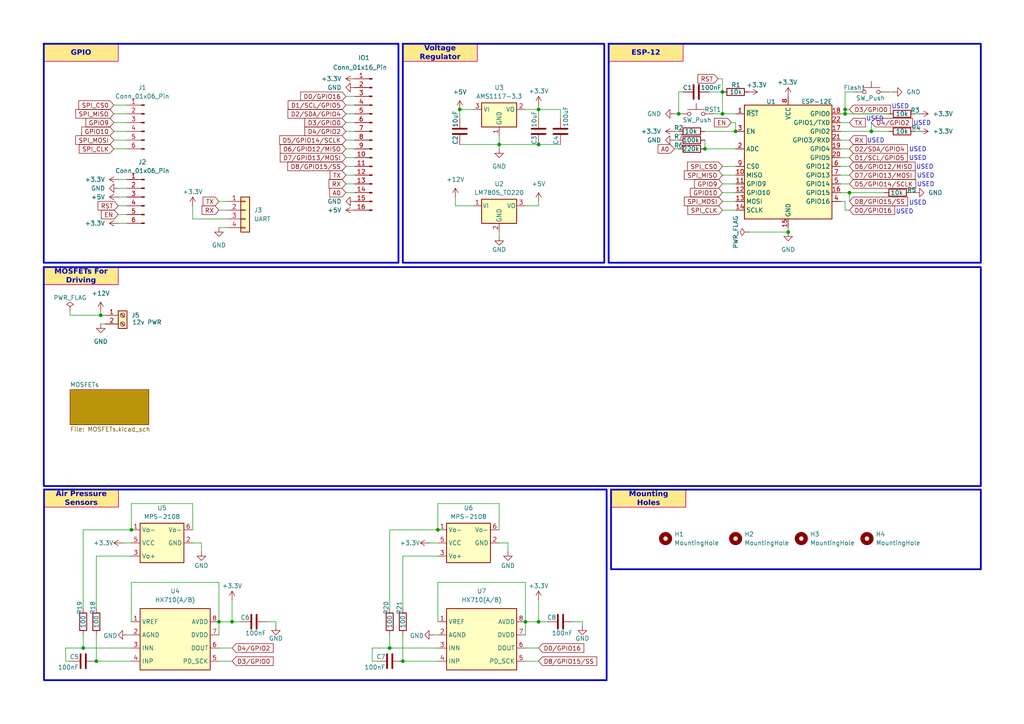
<source format=kicad_sch>
(kicad_sch (version 20250114) (generator "eeschema") (generator_version "9.0")
  (paper "A4")
  (title_block (title "ESP-12 Circuit for Pressure control") (date "2025-09-07") (rev "v1.0") (company "Metanoia") (comment 1 "designed by Mohamed U3"))
  (lib_symbols
    (symbol "Analog_ADC:HX710(A/B)"
      (property "Reference" "U" (at -9.652 20.574 0))
      (property "Value" "HX710(A/B)" (at -4.572 18.796 0))
      (symbol "HX710(A/B)_1_1"
        (pin power_in line (at -12.7 13.97 0) (length 2.54) (name "VREF") (number "1"))
        (pin power_in line (at -12.7 10.16 0) (length 2.54) (name "AGND") (number "2"))
        (pin input line (at -12.7 6.35 0) (length 2.54) (name "INN") (number "3"))
        (pin input line (at -12.7 2.54 0) (length 2.54) (name "INP") (number "4"))
        (pin power_in line (at 12.7 13.97 180) (length 2.54) (name "AVDD") (number "8"))
        (pin power_in line (at 12.7 10.16 180) (length 2.54) (name "DVDD") (number "7"))
        (pin output line (at 12.7 6.35 180) (length 2.54) (name "DOUT") (number "6"))
        (pin input line (at 12.7 2.54 180) (length 2.54) (name "PD_SCK") (number "5"))
      )
    )
    (symbol "Connector:Conn_01x06_Pin" (pin_names (offset 1.016) (hide yes))
      (property "Reference" "J" (at 0 7.62 0))
      (property "Value" "Conn_01x06_Pin" (at 0 -10.16 0))
      (symbol "Conn_01x06_Pin_1_1"
        (pin passive line (at 5.08 5.08 180) (length 3.81) (name "Pin_1") (number "1"))
        (pin passive line (at 5.08 2.54 180) (length 3.81) (name "Pin_2") (number "2"))
        (pin passive line (at 5.08 0 180) (length 3.81) (name "Pin_3") (number "3"))
        (pin passive line (at 5.08 -2.54 180) (length 3.81) (name "Pin_4") (number "4"))
        (pin passive line (at 5.08 -5.08 180) (length 3.81) (name "Pin_5") (number "5"))
        (pin passive line (at 5.08 -7.62 180) (length 3.81) (name "Pin_6") (number "6"))
      )
    )
    (symbol "Connector:Conn_01x16_Pin" (pin_names (offset 1.016) (hide yes))
      (property "Reference" "J" (at 0 20.32 0))
      (property "Value" "Conn_01x16_Pin" (at 0 -22.86 0))
      (symbol "Conn_01x16_Pin_1_1"
        (pin passive line (at 5.08 17.78 180) (length 3.81) (name "Pin_1") (number "1"))
        (pin passive line (at 5.08 15.24 180) (length 3.81) (name "Pin_2") (number "2"))
        (pin passive line (at 5.08 12.7 180) (length 3.81) (name "Pin_3") (number "3"))
        (pin passive line (at 5.08 10.16 180) (length 3.81) (name "Pin_4") (number "4"))
        (pin passive line (at 5.08 7.62 180) (length 3.81) (name "Pin_5") (number "5"))
        (pin passive line (at 5.08 5.08 180) (length 3.81) (name "Pin_6") (number "6"))
        (pin passive line (at 5.08 2.54 180) (length 3.81) (name "Pin_7") (number "7"))
        (pin passive line (at 5.08 0 180) (length 3.81) (name "Pin_8") (number "8"))
        (pin passive line (at 5.08 -2.54 180) (length 3.81) (name "Pin_9") (number "9"))
        (pin passive line (at 5.08 -5.08 180) (length 3.81) (name "Pin_10") (number "10"))
        (pin passive line (at 5.08 -7.62 180) (length 3.81) (name "Pin_11") (number "11"))
        (pin passive line (at 5.08 -10.16 180) (length 3.81) (name "Pin_12") (number "12"))
        (pin passive line (at 5.08 -12.7 180) (length 3.81) (name "Pin_13") (number "13"))
        (pin passive line (at 5.08 -15.24 180) (length 3.81) (name "Pin_14") (number "14"))
        (pin passive line (at 5.08 -17.78 180) (length 3.81) (name "Pin_15") (number "15"))
        (pin passive line (at 5.08 -20.32 180) (length 3.81) (name "Pin_16") (number "16"))
      )
    )
    (symbol "Connector:Screw_Terminal_01x02" (pin_names (offset 1.016) (hide yes))
      (property "Reference" "J" (at 0 2.54 0))
      (property "Value" "Screw_Terminal_01x02" (at 0 -5.08 0))
      (symbol "Screw_Terminal_01x02_1_1"
        (pin passive line (at -5.08 0 0) (length 3.81) (name "Pin_1") (number "1"))
        (pin passive line (at -5.08 -2.54 0) (length 3.81) (name "Pin_2") (number "2"))
      )
    )
    (symbol "Connector_Generic:Conn_01x04" (pin_names (offset 1.016) (hide yes))
      (property "Reference" "J" (at 0 5.08 0))
      (property "Value" "Conn_01x04" (at 0 -7.62 0))
      (symbol "Conn_01x04_1_1"
        (pin passive line (at -5.08 2.54 0) (length 3.81) (name "Pin_1") (number "1"))
        (pin passive line (at -5.08 0 0) (length 3.81) (name "Pin_2") (number "2"))
        (pin passive line (at -5.08 -2.54 0) (length 3.81) (name "Pin_3") (number "3"))
        (pin passive line (at -5.08 -5.08 0) (length 3.81) (name "Pin_4") (number "4"))
      )
    )
    (symbol "Device:C" (pin_numbers (hide yes)) (pin_names (offset 0.254))
      (property "Reference" "C" (at 0.635 2.54 0))
      (property "Value" "C" (at 0.635 -2.54 0))
      (symbol "C_1_1"
        (pin passive line (at 0 3.81 270) (length 2.794) (name "~") (number "1"))
        (pin passive line (at 0 -3.81 90) (length 2.794) (name "~") (number "2"))
      )
    )
    (symbol "Device:R" (pin_numbers (hide yes)) (pin_names (offset 0))
      (property "Reference" "R" (at 2.032 0 90))
      (property "Value" "R" (at 0 0 90))
      (symbol "R_1_1"
        (pin passive line (at 0 3.81 270) (length 1.27) (name "~") (number "1"))
        (pin passive line (at 0 -3.81 90) (length 1.27) (name "~") (number "2"))
      )
    )
    (symbol "Mechanical:MountingHole" (pin_names (offset 1.016)) (in_bom no)
      (property "Reference" "H" (at 0 5.08 0))
      (property "Value" "MountingHole" (at 0 3.175 0))
    )
    (symbol "RF_Module:ESP-12E"
      (property "Reference" "U" (at -12.7 19.05 0))
      (property "Value" "ESP-12E" (at 12.7 19.05 0))
      (symbol "ESP-12E_1_1"
        (pin input line (at -15.24 15.24 0) (length 2.54) (name "~{RST}") (number "1"))
        (pin input line (at -15.24 10.16 0) (length 2.54) (name "EN") (number "3"))
        (pin input line (at -15.24 5.08 0) (length 2.54) (name "ADC") (number "2"))
        (pin input line (at -15.24 0 0) (length 2.54) (name "CS0") (number "9"))
        (pin bidirectional line (at -15.24 -2.54 0) (length 2.54) (name "MISO") (number "10"))
        (pin bidirectional line (at -15.24 -5.08 0) (length 2.54) (name "GPIO9") (number "11"))
        (pin bidirectional line (at -15.24 -7.62 0) (length 2.54) (name "GPIO10") (number "12"))
        (pin bidirectional line (at -15.24 -10.16 0) (length 2.54) (name "MOSI") (number "13"))
        (pin bidirectional line (at -15.24 -12.7 0) (length 2.54) (name "SCLK") (number "14"))
        (pin power_in line (at 0 20.32 270) (length 2.54) (name "VCC") (number "8"))
        (pin power_in line (at 0 -17.78 90) (length 2.54) (name "GND") (number "15"))
        (pin bidirectional line (at 15.24 15.24 180) (length 2.54) (name "GPIO0") (number "18"))
        (pin bidirectional line (at 15.24 12.7 180) (length 2.54) (name "GPIO1/TXD") (number "22"))
        (pin bidirectional line (at 15.24 10.16 180) (length 2.54) (name "GPIO2") (number "17"))
        (pin bidirectional line (at 15.24 7.62 180) (length 2.54) (name "GPIO3/RXD") (number "21"))
        (pin bidirectional line (at 15.24 5.08 180) (length 2.54) (name "GPIO4") (number "19"))
        (pin bidirectional line (at 15.24 2.54 180) (length 2.54) (name "GPIO5") (number "20"))
        (pin bidirectional line (at 15.24 0 180) (length 2.54) (name "GPIO12") (number "6"))
        (pin bidirectional line (at 15.24 -2.54 180) (length 2.54) (name "GPIO13") (number "7"))
        (pin bidirectional line (at 15.24 -5.08 180) (length 2.54) (name "GPIO14") (number "5"))
        (pin bidirectional line (at 15.24 -7.62 180) (length 2.54) (name "GPIO15") (number "16"))
        (pin bidirectional line (at 15.24 -10.16 180) (length 2.54) (name "GPIO16") (number "4"))
      )
    )
    (symbol "Regulator_Linear:AMS1117-3.3"
      (property "Reference" "U" (at -3.81 3.175 0))
      (property "Value" "AMS1117-3.3" (at 0 3.175 0))
      (symbol "AMS1117-3.3_1_1"
        (pin power_in line (at -7.62 0 0) (length 2.54) (name "VI") (number "3"))
        (pin power_in line (at 0 -7.62 90) (length 2.54) (name "GND") (number "1"))
        (pin power_out line (at 7.62 0 180) (length 2.54) (name "VO") (number "2"))
      )
    )
    (symbol "Regulator_Linear:LM7805_TO220" (pin_names (offset 0.254))
      (property "Reference" "U" (at -3.81 3.175 0))
      (property "Value" "LM7805_TO220" (at 0 3.175 0))
      (symbol "LM7805_TO220_1_1"
        (pin power_in line (at -7.62 0 0) (length 2.54) (name "VI") (number "1"))
        (pin power_in line (at 0 -7.62 90) (length 2.54) (name "GND") (number "2"))
        (pin power_out line (at 7.62 0 180) (length 2.54) (name "VO") (number "3"))
      )
    )
    (symbol "Sensor_Pressure:MPS-2108"
      (property "Reference" "U5" (at 0 10.16 0))
      (property "Value" "MPS-2108" (at 0 7.62 0))
      (symbol "MPS-2108_1_0"
        (pin output line (at -8.89 3.81 0) (length 2.54) (name "Vo-") (number "1"))
        (pin output line (at -8.89 -3.81 0) (length 2.54) (name "Vo+") (number "3"))
        (pin passive line (at 8.89 3.81 180) (length 2.54) (name "Vo-") (number "6"))
        (pin no_connect line (at 8.89 -3.81 180) (length 2.54) (hide yes) (name "NC") (number "4"))
      )
      (symbol "MPS-2108_1_1"
        (pin power_in line (at -8.89 0 0) (length 2.54) (name "VCC") (number "5"))
        (pin power_in line (at 8.89 0 180) (length 2.54) (name "GND") (number "2"))
      )
    )
    (symbol "Switch:SW_Push" (pin_numbers (hide yes)) (pin_names (offset 1.016) (hide yes))
      (property "Reference" "SW" (at 1.27 2.54 0))
      (property "Value" "SW_Push" (at 0 -1.524 0))
      (symbol "SW_Push_0_1"
        (pin passive line (at -5.08 0 0) (length 2.54) (name "1") (number "1"))
        (pin passive line (at 5.08 0 180) (length 2.54) (name "2") (number "2"))
      )
    )
    (symbol "power:+12V" (power) (pin_numbers (hide yes)) (pin_names (offset 0) (hide yes))
      (property "Value" "+12V" (at 0 3.556 0))
      (symbol "+12V_1_1"
        (pin power_in line (at 0 0 90) (length 0) (name "~") (number "1"))
      )
    )
    (symbol "power:+3.3V" (power) (pin_numbers (hide yes)) (pin_names (offset 0) (hide yes))
      (property "Value" "+3.3V" (at 0 3.556 0))
      (symbol "+3.3V_1_1"
        (pin power_in line (at 0 0 90) (length 0) (name "~") (number "1"))
      )
    )
    (symbol "power:+5V" (power) (pin_numbers (hide yes)) (pin_names (offset 0) (hide yes))
      (property "Value" "+5V" (at 0 3.556 0))
      (symbol "+5V_1_1"
        (pin power_in line (at 0 0 90) (length 0) (name "~") (number "1"))
      )
    )
    (symbol "power:GND" (power) (pin_numbers (hide yes)) (pin_names (offset 0) (hide yes))
      (property "Value" "GND" (at 0 -3.81 0))
      (symbol "GND_1_1"
        (pin power_in line (at 0 0 270) (length 0) (name "~") (number "1"))
      )
    )
    (symbol "power:PWR_FLAG" (power) (pin_numbers (hide yes)) (pin_names (offset 0) (hide yes))
      (property "Value" "PWR_FLAG" (at 0 3.81 0))
      (symbol "PWR_FLAG_0_0"
        (pin power_out line (at 0 0 90) (length 0) (name "~") (number "1"))
      )
    )
  )
  (rectangle (start 116.84 12.7) (end 175.26 76.2) (stroke (width 0.508)))
  (rectangle (start 176.53 12.7) (end 284.48 76.2) (stroke (width 0.508)))
  (rectangle (start 12.7 12.7) (end 115.57 76.2) (stroke (width 0.508)))
  (rectangle (start 177.2272 142.0049) (end 284.48 165.0999) (stroke (width 0.508)))
  (rectangle (start 12.7 77.47) (end 284.48 140.97) (stroke (width 0.508)))
  (rectangle (start 12.77 141.98) (end 175.95 197.28) (stroke (width 0.508)))
  (text "USED" (at 266.192 43.434 0) (effects (font (size 1.27 1.27))))
  (text "USED" (at 261.112 30.988 0) (effects (font (size 1.27 1.27))))
  (text "USED" (at 268.478 51.054 0) (effects (font (size 1.27 1.27))))
  (text "USED" (at 253.746 34.544 0) (effects (font (size 1.27 1.27))))
  (text "USED" (at 268.224 48.514 0) (effects (font (size 1.27 1.27))))
  (text "USED" (at 267.462 35.814 0) (effects (font (size 1.27 1.27))))
  (text "USED" (at 262.382 61.468 0) (effects (font (size 1.27 1.27))))
  (text "USED" (at 266.192 58.928 0) (effects (font (size 1.27 1.27))))
  (text "USED" (at 268.478 53.594 0) (effects (font (size 1.27 1.27))))
  (text "USED" (at 254 40.894 0) (effects (font (size 1.27 1.27))))
  (text "USED" (at 266.192 45.974 0) (effects (font (size 1.27 1.27))))
  (text_box "MOSFETs For Driving" (at 12.7 77.47 0) (size 21.59 5.08) (margins 1.27 1.27 1.27 1.27) (stroke (width 0.254) (color 211 37 112 1)) (fill (type color) (color 255 234 139 1)) (effects (font (size 1.524 1.524) (bold yes))))
  (text_box "ESP-12" (at 176.53 12.7 0) (size 21.59 5.08) (margins 1.27 1.27 1.27 1.27) (stroke (width 0.254) (color 211 37 112 1)) (fill (type color) (color 255 234 139 1)) (effects (font (size 1.524 1.524) (bold yes))))
  (text_box "GPIO" (at 12.7 12.7 0) (size 21.59 5.08) (margins 1.27 1.27 1.27 1.27) (stroke (width 0.254) (color 211 37 112 1)) (fill (type color) (color 255 234 139 1)) (effects (font (size 1.524 1.524) (bold yes))))
  (text_box "Voltage Regulator" (at 116.84 12.7 0) (size 21.59 5.08) (margins 1.27 1.27 1.27 1.27) (stroke (width 0.254) (color 211 37 112 1)) (fill (type color) (color 255 234 139 1)) (effects (font (size 1.524 1.524) (bold yes))))
  (text_box "Air Pressure Sensors" (at 12.77 141.98 0) (size 21.59 5.08) (margins 1.27 1.27 1.27 1.27) (stroke (width 0.254) (color 211 37 112 1)) (fill (type color) (color 255 234 139 1)) (effects (font (size 1.524 1.524) (bold yes))))
  (text_box "Mounting Holes" (at 177.3148 142.0176 0) (size 21.59 5.08) (margins 1.27 1.27 1.27 1.27) (stroke (width 0.254) (color 211 37 112 1)) (fill (type color) (color 255 234 139 1)) (effects (font (size 1.524 1.524) (bold yes))))
  (junction (at 38.1 153.67))
  (junction (at 209.55 33.02))
  (junction (at 127 153.67))
  (junction (at 144.78 41.91))
  (junction (at 209.55 26.67))
  (junction (at 246.38 55.88))
  (junction (at 228.6 67.31))
  (junction (at 29.21 91.44))
  (junction (at 156.21 180.34))
  (junction (at 245.11 31.75))
  (junction (at 27.94 191.77))
  (junction (at 252.73 38.1))
  (junction (at 196.85 33.02))
  (junction (at 113.03 187.96))
  (junction (at 116.84 191.77))
  (junction (at 63.5 180.34))
  (junction (at 133.35 31.75))
  (junction (at 67.31 180.34))
  (junction (at 156.21 31.75))
  (junction (at 204.47 43.18))
  (junction (at 24.13 187.96))
  (junction (at 245.11 33.02))
  (junction (at 152.4 180.34))
  (junction (at 156.21 41.91))
  (junction (at 213.36 38.1))
  (wire (pts (xy 144.78 153.67) (xy 144.78 146.05)))
  (wire (pts (xy 209.55 26.67) (xy 209.55 33.02)))
  (wire (pts (xy 158.75 180.34) (xy 156.21 180.34)))
  (wire (pts (xy 133.35 31.75) (xy 137.16 31.75)))
  (wire (pts (xy 247.65 26.67) (xy 245.11 26.67)))
  (wire (pts (xy 107.95 191.77) (xy 107.95 187.96)))
  (wire (pts (xy 195.58 40.64) (xy 196.85 40.64)))
  (wire (pts (xy 100.33 45.72) (xy 102.87 45.72)))
  (wire (pts (xy 196.85 26.67) (xy 196.85 33.02)))
  (wire (pts (xy 257.81 26.67) (xy 259.08 26.67)))
  (wire (pts (xy 246.38 58.42) (xy 246.38 55.88)))
  (wire (pts (xy 152.4 180.34) (xy 156.21 180.34)))
  (wire (pts (xy 63.5 180.34) (xy 67.31 180.34)))
  (wire (pts (xy 162.56 34.29) (xy 162.56 31.75)))
  (wire (pts (xy 246.38 55.88) (xy 256.54 55.88)))
  (wire (pts (xy 152.4 180.34) (xy 152.4 184.15)))
  (wire (pts (xy 34.29 54.61) (xy 36.83 54.61)))
  (wire (pts (xy 38.1 168.91) (xy 63.5 168.91)))
  (wire (pts (xy 132.08 59.69) (xy 137.16 59.69)))
  (wire (pts (xy 63.5 187.96) (xy 67.31 187.96)))
  (wire (pts (xy 63.5 180.34) (xy 63.5 184.15)))
  (wire (pts (xy 156.21 31.75) (xy 162.56 31.75)))
  (wire (pts (xy 144.78 68.58) (xy 144.78 67.31)))
  (wire (pts (xy 133.35 41.91) (xy 144.78 41.91)))
  (wire (pts (xy 33.02 40.64) (xy 36.83 40.64)))
  (wire (pts (xy 24.13 153.67) (xy 24.13 176.53)))
  (wire (pts (xy 107.95 187.96) (xy 113.03 187.96)))
  (wire (pts (xy 204.47 43.18) (xy 213.36 43.18)))
  (wire (pts (xy 24.13 187.96) (xy 24.13 184.15)))
  (wire (pts (xy 34.29 62.23) (xy 36.83 62.23)))
  (wire (pts (xy 152.4 59.69) (xy 156.21 59.69)))
  (wire (pts (xy 107.95 191.77) (xy 109.22 191.77)))
  (wire (pts (xy 63.5 191.77) (xy 67.31 191.77)))
  (wire (pts (xy 19.05 191.77) (xy 19.05 187.96)))
  (wire (pts (xy 55.88 63.5) (xy 66.04 63.5)))
  (wire (pts (xy 195.58 43.18) (xy 196.85 43.18)))
  (wire (pts (xy 63.5 66.04) (xy 66.04 66.04)))
  (wire (pts (xy 38.1 146.05) (xy 38.1 153.67)))
  (wire (pts (xy 116.84 161.29) (xy 116.84 176.53)))
  (wire (pts (xy 113.03 153.67) (xy 127 153.67)))
  (wire (pts (xy 252.73 38.1) (xy 257.81 38.1)))
  (wire (pts (xy 20.32 90.17) (xy 20.32 91.44)))
  (wire (pts (xy 127 187.96) (xy 113.03 187.96)))
  (wire (pts (xy 156.21 59.69) (xy 156.21 58.42)))
  (wire (pts (xy 168.91 181.61) (xy 168.91 180.34)))
  (wire (pts (xy 204.47 38.1) (xy 213.36 38.1)))
  (wire (pts (xy 266.7 33.02) (xy 265.43 33.02)))
  (wire (pts (xy 29.21 93.98) (xy 30.48 93.98)))
  (wire (pts (xy 245.11 33.02) (xy 243.84 33.02)))
  (wire (pts (xy 245.11 60.96) (xy 245.11 58.42)))
  (wire (pts (xy 100.33 35.56) (xy 102.87 35.56)))
  (wire (pts (xy 156.21 173.99) (xy 156.21 180.34)))
  (wire (pts (xy 100.33 50.8) (xy 102.87 50.8)))
  (wire (pts (xy 245.11 60.96) (xy 246.38 60.96)))
  (wire (pts (xy 209.55 58.42) (xy 213.36 58.42)))
  (wire (pts (xy 195.58 38.1) (xy 196.85 38.1)))
  (wire (pts (xy 33.02 35.56) (xy 36.83 35.56)))
  (wire (pts (xy 27.94 161.29) (xy 27.94 176.53)))
  (wire (pts (xy 124.46 157.48) (xy 127 157.48)))
  (wire (pts (xy 29.21 90.17) (xy 29.21 91.44)))
  (wire (pts (xy 113.03 187.96) (xy 113.03 184.15)))
  (wire (pts (xy 243.84 53.34) (xy 246.38 53.34)))
  (wire (pts (xy 156.21 31.75) (xy 156.21 34.29)))
  (wire (pts (xy 55.88 153.67) (xy 55.88 146.05)))
  (wire (pts (xy 127 180.34) (xy 127 168.91)))
  (wire (pts (xy 125.73 184.15) (xy 127 184.15)))
  (wire (pts (xy 27.94 191.77) (xy 27.94 184.15)))
  (wire (pts (xy 243.84 50.8) (xy 246.38 50.8)))
  (wire (pts (xy 156.21 41.91) (xy 144.78 41.91)))
  (wire (pts (xy 156.21 30.48) (xy 156.21 31.75)))
  (wire (pts (xy 127 191.77) (xy 116.84 191.77)))
  (wire (pts (xy 100.33 53.34) (xy 102.87 53.34)))
  (wire (pts (xy 217.17 67.31) (xy 228.6 67.31)))
  (wire (pts (xy 100.33 38.1) (xy 102.87 38.1)))
  (wire (pts (xy 209.55 22.86) (xy 209.55 26.67)))
  (wire (pts (xy 266.7 38.1) (xy 265.43 38.1)))
  (wire (pts (xy 209.55 53.34) (xy 213.36 53.34)))
  (wire (pts (xy 208.28 22.86) (xy 209.55 22.86)))
  (wire (pts (xy 38.1 180.34) (xy 38.1 168.91)))
  (wire (pts (xy 147.32 157.48) (xy 147.32 160.02)))
  (wire (pts (xy 55.88 157.48) (xy 58.42 157.48)))
  (wire (pts (xy 209.55 55.88) (xy 213.36 55.88)))
  (wire (pts (xy 213.36 35.56) (xy 213.36 38.1)))
  (wire (pts (xy 100.33 33.02) (xy 102.87 33.02)))
  (wire (pts (xy 168.91 180.34) (xy 166.37 180.34)))
  (wire (pts (xy 20.32 91.44) (xy 29.21 91.44)))
  (wire (pts (xy 100.33 43.18) (xy 102.87 43.18)))
  (wire (pts (xy 152.4 187.96) (xy 156.21 187.96)))
  (wire (pts (xy 243.84 45.72) (xy 246.38 45.72)))
  (wire (pts (xy 33.02 30.48) (xy 36.83 30.48)))
  (wire (pts (xy 152.4 31.75) (xy 156.21 31.75)))
  (wire (pts (xy 212.09 35.56) (xy 213.36 35.56)))
  (wire (pts (xy 245.11 26.67) (xy 245.11 31.75)))
  (wire (pts (xy 67.31 173.99) (xy 67.31 180.34)))
  (wire (pts (xy 198.12 26.67) (xy 196.85 26.67)))
  (wire (pts (xy 252.73 35.56) (xy 252.73 38.1)))
  (wire (pts (xy 246.38 55.88) (xy 243.84 55.88)))
  (wire (pts (xy 195.58 33.02) (xy 196.85 33.02)))
  (wire (pts (xy 19.05 187.96) (xy 24.13 187.96)))
  (wire (pts (xy 27.94 161.29) (xy 38.1 161.29)))
  (wire (pts (xy 144.78 146.05) (xy 127 146.05)))
  (wire (pts (xy 116.84 191.77) (xy 116.84 184.15)))
  (wire (pts (xy 58.42 157.48) (xy 58.42 160.02)))
  (wire (pts (xy 152.4 168.91) (xy 152.4 180.34)))
  (wire (pts (xy 265.43 55.88) (xy 264.16 55.88)))
  (wire (pts (xy 243.84 40.64) (xy 246.38 40.64)))
  (wire (pts (xy 63.5 58.42) (xy 66.04 58.42)))
  (wire (pts (xy 207.01 33.02) (xy 209.55 33.02)))
  (wire (pts (xy 80.01 180.34) (xy 77.47 180.34)))
  (wire (pts (xy 100.33 48.26) (xy 102.87 48.26)))
  (wire (pts (xy 127 168.91) (xy 152.4 168.91)))
  (wire (pts (xy 243.84 48.26) (xy 246.38 48.26)))
  (wire (pts (xy 209.55 48.26) (xy 213.36 48.26)))
  (wire (pts (xy 144.78 157.48) (xy 147.32 157.48)))
  (wire (pts (xy 69.85 180.34) (xy 67.31 180.34)))
  (wire (pts (xy 100.33 27.94) (xy 102.87 27.94)))
  (wire (pts (xy 36.83 184.15) (xy 38.1 184.15)))
  (wire (pts (xy 100.33 40.64) (xy 102.87 40.64)))
  (wire (pts (xy 55.88 146.05) (xy 38.1 146.05)))
  (wire (pts (xy 34.29 64.77) (xy 36.83 64.77)))
  (wire (pts (xy 127 153.67) (xy 127 146.05)))
  (wire (pts (xy 24.13 153.67) (xy 38.1 153.67)))
  (wire (pts (xy 209.55 60.96) (xy 213.36 60.96)))
  (wire (pts (xy 152.4 191.77) (xy 156.21 191.77)))
  (wire (pts (xy 132.08 57.15) (xy 132.08 59.69)))
  (wire (pts (xy 204.47 40.64) (xy 204.47 43.18)))
  (wire (pts (xy 113.03 153.67) (xy 113.03 176.53)))
  (wire (pts (xy 55.88 59.69) (xy 55.88 63.5)))
  (wire (pts (xy 116.84 161.29) (xy 127 161.29)))
  (wire (pts (xy 245.11 58.42) (xy 243.84 58.42)))
  (wire (pts (xy 29.21 91.44) (xy 30.48 91.44)))
  (wire (pts (xy 133.35 31.75) (xy 133.35 34.29)))
  (wire (pts (xy 33.02 38.1) (xy 36.83 38.1)))
  (wire (pts (xy 228.6 67.31) (xy 228.6 66.04)))
  (wire (pts (xy 33.02 33.02) (xy 36.83 33.02)))
  (wire (pts (xy 209.55 33.02) (xy 213.36 33.02)))
  (wire (pts (xy 205.74 26.67) (xy 209.55 26.67)))
  (wire (pts (xy 34.29 57.15) (xy 36.83 57.15)))
  (wire (pts (xy 63.5 60.96) (xy 66.04 60.96)))
  (wire (pts (xy 245.11 31.75) (xy 245.11 33.02)))
  (wire (pts (xy 34.29 52.07) (xy 36.83 52.07)))
  (wire (pts (xy 38.1 191.77) (xy 27.94 191.77)))
  (wire (pts (xy 33.02 43.18) (xy 36.83 43.18)))
  (wire (pts (xy 35.56 157.48) (xy 38.1 157.48)))
  (wire (pts (xy 252.73 38.1) (xy 243.84 38.1)))
  (wire (pts (xy 243.84 35.56) (xy 246.38 35.56)))
  (wire (pts (xy 100.33 30.48) (xy 102.87 30.48)))
  (wire (pts (xy 19.05 191.77) (xy 20.32 191.77)))
  (wire (pts (xy 100.33 55.88) (xy 102.87 55.88)))
  (wire (pts (xy 144.78 39.37) (xy 144.78 41.91)))
  (wire (pts (xy 246.38 31.75) (xy 245.11 31.75)))
  (wire (pts (xy 243.84 43.18) (xy 246.38 43.18)))
  (wire (pts (xy 156.21 41.91) (xy 162.56 41.91)))
  (wire (pts (xy 63.5 168.91) (xy 63.5 180.34)))
  (wire (pts (xy 34.29 59.69) (xy 36.83 59.69)))
  (wire (pts (xy 144.78 41.91) (xy 144.78 43.18)))
  (wire (pts (xy 209.55 50.8) (xy 213.36 50.8)))
  (wire (pts (xy 257.81 33.02) (xy 245.11 33.02)))
  (wire (pts (xy 38.1 187.96) (xy 24.13 187.96)))
  (wire (pts (xy 80.01 181.61) (xy 80.01 180.34)))
  (global_label "TX" (shape input) (at 100.33 50.8 180) (property "Intersheetrefs" "${INTERSHEET_REFS}" (effects (hide yes))))
  (global_label "D8{slash}GPIO15{slash}SS" (shape input) (at 100.33 48.26 180) (property "Intersheetrefs" "${INTERSHEET_REFS}" (effects (hide yes))))
  (global_label "RX" (shape input) (at 63.5 60.96 180) (property "Intersheetrefs" "${INTERSHEET_REFS}" (effects (hide yes))))
  (global_label "D4{slash}GPIO2" (shape input) (at 100.33 38.1 180) (property "Intersheetrefs" "${INTERSHEET_REFS}" (effects (hide yes))))
  (global_label "D7{slash}GPIO13{slash}MOSI" (shape input) (at 100.33 45.72 180) (property "Intersheetrefs" "${INTERSHEET_REFS}" (effects (hide yes))))
  (global_label "SPI_CS0" (shape input) (at 33.02 30.48 180) (property "Intersheetrefs" "${INTERSHEET_REFS}" (effects (hide yes))))
  (global_label "D3{slash}GPIO0" (shape input) (at 67.31 191.77 0) (property "Intersheetrefs" "${INTERSHEET_REFS}" (effects (hide yes))))
  (global_label "SPI_MISO" (shape input) (at 209.55 50.8 180) (property "Intersheetrefs" "${INTERSHEET_REFS}" (effects (hide yes))))
  (global_label "RST" (shape input) (at 208.28 22.86 180) (property "Intersheetrefs" "${INTERSHEET_REFS}" (effects (hide yes))))
  (global_label "GPIO10" (shape input) (at 33.02 38.1 180) (property "Intersheetrefs" "${INTERSHEET_REFS}" (effects (hide yes))))
  (global_label "D0{slash}GPIO16" (shape input) (at 100.33 27.94 180) (property "Intersheetrefs" "${INTERSHEET_REFS}" (effects (hide yes))))
  (global_label "D4{slash}GPIO2" (shape input) (at 67.31 187.96 0) (property "Intersheetrefs" "${INTERSHEET_REFS}" (effects (hide yes))))
  (global_label "GPIO10" (shape input) (at 209.55 55.88 180) (property "Intersheetrefs" "${INTERSHEET_REFS}" (effects (hide yes))))
  (global_label "D6{slash}GPIO12{slash}MISO" (shape input) (at 246.38 48.26 0) (property "Intersheetrefs" "${INTERSHEET_REFS}" (effects (hide yes))))
  (global_label "TX" (shape input) (at 246.38 35.56 0) (property "Intersheetrefs" "${INTERSHEET_REFS}" (effects (hide yes))))
  (global_label "SPI_MOSI" (shape input) (at 209.55 58.42 180) (property "Intersheetrefs" "${INTERSHEET_REFS}" (effects (hide yes))))
  (global_label "D8{slash}GPIO15{slash}SS" (shape input) (at 246.38 58.42 0) (property "Intersheetrefs" "${INTERSHEET_REFS}" (effects (hide yes))))
  (global_label "TX" (shape input) (at 63.5 58.42 180) (property "Intersheetrefs" "${INTERSHEET_REFS}" (effects (hide yes))))
  (global_label "D1{slash}SCL{slash}GPIO5" (shape input) (at 246.38 45.72 0) (property "Intersheetrefs" "${INTERSHEET_REFS}" (effects (hide yes))))
  (global_label "EN" (shape input) (at 212.09 35.56 180) (property "Intersheetrefs" "${INTERSHEET_REFS}" (effects (hide yes))))
  (global_label "GPIO9" (shape input) (at 209.55 53.34 180) (property "Intersheetrefs" "${INTERSHEET_REFS}" (effects (hide yes))))
  (global_label "RST" (shape input) (at 34.29 59.69 180) (property "Intersheetrefs" "${INTERSHEET_REFS}" (effects (hide yes))))
  (global_label "SPI_CLK" (shape input) (at 209.55 60.96 180) (property "Intersheetrefs" "${INTERSHEET_REFS}" (effects (hide yes))))
  (global_label "D2{slash}SDA{slash}GPIO4" (shape input) (at 100.33 33.02 180) (property "Intersheetrefs" "${INTERSHEET_REFS}" (effects (hide yes))))
  (global_label "GPIO9" (shape input) (at 33.02 35.56 180) (property "Intersheetrefs" "${INTERSHEET_REFS}" (effects (hide yes))))
  (global_label "D5{slash}GPIO14{slash}SCLK" (shape input) (at 100.33 40.64 180) (property "Intersheetrefs" "${INTERSHEET_REFS}" (effects (hide yes))))
  (global_label "D5{slash}GPIO14{slash}SCLK" (shape input) (at 246.38 53.34 0) (property "Intersheetrefs" "${INTERSHEET_REFS}" (effects (hide yes))))
  (global_label "D3{slash}GPIO0" (shape input) (at 246.38 31.75 0) (property "Intersheetrefs" "${INTERSHEET_REFS}" (effects (hide yes))))
  (global_label "D4{slash}GPIO2" (shape input) (at 252.73 35.56 0) (property "Intersheetrefs" "${INTERSHEET_REFS}" (effects (hide yes))))
  (global_label "A0" (shape input) (at 195.58 43.18 180) (property "Intersheetrefs" "${INTERSHEET_REFS}" (effects (hide yes))))
  (global_label "D7{slash}GPIO13{slash}MOSI" (shape input) (at 246.38 50.8 0) (property "Intersheetrefs" "${INTERSHEET_REFS}" (effects (hide yes))))
  (global_label "SPI_CS0" (shape input) (at 209.55 48.26 180) (property "Intersheetrefs" "${INTERSHEET_REFS}" (effects (hide yes))))
  (global_label "D6{slash}GPIO12{slash}MISO" (shape input) (at 100.33 43.18 180) (property "Intersheetrefs" "${INTERSHEET_REFS}" (effects (hide yes))))
  (global_label "SPI_MOSI" (shape input) (at 33.02 40.64 180) (property "Intersheetrefs" "${INTERSHEET_REFS}" (effects (hide yes))))
  (global_label "D0{slash}GPIO16" (shape input) (at 246.38 60.96 0) (property "Intersheetrefs" "${INTERSHEET_REFS}" (effects (hide yes))))
  (global_label "A0" (shape input) (at 100.33 55.88 180) (property "Intersheetrefs" "${INTERSHEET_REFS}" (effects (hide yes))))
  (global_label "RX" (shape input) (at 246.38 40.64 0) (property "Intersheetrefs" "${INTERSHEET_REFS}" (effects (hide yes))))
  (global_label "D8{slash}GPIO15{slash}SS" (shape input) (at 156.21 191.77 0) (property "Intersheetrefs" "${INTERSHEET_REFS}" (effects (hide yes))))
  (global_label "SPI_MISO" (shape input) (at 33.02 33.02 180) (property "Intersheetrefs" "${INTERSHEET_REFS}" (effects (hide yes))))
  (global_label "D2{slash}SDA{slash}GPIO4" (shape input) (at 246.38 43.18 0) (property "Intersheetrefs" "${INTERSHEET_REFS}" (effects (hide yes))))
  (global_label "EN" (shape input) (at 34.29 62.23 180) (property "Intersheetrefs" "${INTERSHEET_REFS}" (effects (hide yes))))
  (global_label "SPI_CLK" (shape input) (at 33.02 43.18 180) (property "Intersheetrefs" "${INTERSHEET_REFS}" (effects (hide yes))))
  (global_label "D1{slash}SCL{slash}GPIO5" (shape input) (at 100.33 30.48 180) (property "Intersheetrefs" "${INTERSHEET_REFS}" (effects (hide yes))))
  (global_label "RX" (shape input) (at 100.33 53.34 180) (property "Intersheetrefs" "${INTERSHEET_REFS}" (effects (hide yes))))
  (global_label "D0{slash}GPIO16" (shape input) (at 156.21 187.96 0) (property "Intersheetrefs" "${INTERSHEET_REFS}" (effects (hide yes))))
  (global_label "D3{slash}GPIO0" (shape input) (at 100.33 35.56 180) (property "Intersheetrefs" "${INTERSHEET_REFS}" (effects (hide yes))))
  (symbol (lib_id "power:GND") (at 195.58 33.02 270) (unit 1)
    (property "Reference" "#PWR04" (effects (hide yes)))
    (property "Value" "GND" (at 191.77 33.0199 90) (effects (justify right)))
    (property "Description" "Power symbol creates a global label with name \"GND\" , ground" (effects (hide yes)))
  )
  (symbol (lib_id "power:GND") (at 102.87 25.4 270) (unit 1) (on_board no)
    (property "Reference" "#PWR010" (effects (hide yes)))
    (property "Value" "GND" (at 99.06 25.3999 90) (effects (justify right)))
    (property "Description" "Power symbol creates a global label with name \"GND\" , ground" (effects (hide yes)))
  )
  (symbol (lib_id "power:GND") (at 29.21 93.98 0) (unit 1)
    (property "Reference" "#PWR027" (effects (hide yes)))
    (property "Value" "GND" (at 29.21 99.06 0))
    (property "Description" "Power symbol creates a global label with name \"GND\" , ground" (effects (hide yes)))
  )
  (symbol (lib_id "power:+5V") (at 34.29 57.15 90) (unit 1) (on_board no)
    (property "Reference" "#PWR019" (effects (hide yes)))
    (property "Value" "+5V" (at 30.48 57.1499 90) (effects (justify left)))
    (property "Description" "Power symbol creates a global label with name \"+5V\"" (effects (hide yes)))
  )
  (symbol (lib_id "power:GND") (at 34.29 54.61 270) (unit 1) (on_board no)
    (property "Reference" "#PWR018" (effects (hide yes)))
    (property "Value" "GND" (at 30.48 54.6099 90) (effects (justify right)))
    (property "Description" "Power symbol creates a global label with name \"GND\" , ground" (effects (hide yes)))
  )
  (symbol (lib_id "power:+12V") (at 29.21 90.17 0) (unit 1)
    (property "Reference" "#PWR026" (effects (hide yes)))
    (property "Value" "+12V" (at 29.21 85.09 0))
    (property "Description" "Power symbol creates a global label with name \"+12V\"" (effects (hide yes)))
  )
  (symbol (lib_id "power:GND") (at 168.91 181.61 0) (unit 1)
    (property "Reference" "#PWR048" (effects (hide yes)))
    (property "Value" "GND" (at 168.91 185.166 0))
    (property "Description" "Power symbol creates a global label with name \"GND\" , ground" (effects (hide yes)))
  )
  (symbol (lib_id "Device:R") (at 200.66 38.1 270) (unit 1)
    (property "Reference" "R2" (at 196.85 37.084 90))
    (property "Value" "10k" (at 200.406 38.1 90))
    (property "Footprint" "Resistor_SMD:R_1206_3216Metric_Pad1.30x1.75mm_HandSolder" (effects (hide yes)))
    (property "Description" "Resistor" (effects (hide yes)))
  )
  (symbol (lib_id "Device:R") (at 261.62 33.02 90) (unit 1)
    (property "Reference" "R3" (at 265.43 32.004 90))
    (property "Value" "10k" (at 261.62 33.02 90))
    (property "Footprint" "Resistor_SMD:R_1206_3216Metric_Pad1.30x1.75mm_HandSolder" (effects (hide yes)))
    (property "Description" "Resistor" (effects (hide yes)))
  )
  (symbol (lib_id "Device:R") (at 24.13 180.34 180) (unit 1)
    (property "Reference" "R19" (at 23.114 176.276 90))
    (property "Value" "100" (at 24.13 180.34 90))
    (property "Footprint" "Resistor_SMD:R_1206_3216Metric_Pad1.30x1.75mm_HandSolder" (effects (hide yes)))
    (property "Description" "Resistor" (effects (hide yes)))
  )
  (symbol (lib_id "power:+3.3V") (at 195.58 38.1 90) (unit 1)
    (property "Reference" "#PWR05" (effects (hide yes)))
    (property "Value" "+3.3V" (at 191.77 38.0999 90) (effects (justify left)))
    (property "Description" "Power symbol creates a global label with name \"+3.3V\"" (effects (hide yes)))
  )
  (symbol (lib_id "Device:C") (at 162.56 180.34 90) (unit 1)
    (property "Reference" "C8" (at 160.02 179.07 90))
    (property "Value" "100nF" (at 163.068 183.642 90))
    (property "Footprint" "Capacitor_THT:C_Disc_D3.0mm_W2.0mm_P2.50mm" (effects (hide yes)))
    (property "Description" "Unpolarized capacitor" (effects (hide yes)))
  )
  (symbol (lib_id "power:+3.3V") (at 35.56 157.48 90) (unit 1)
    (property "Reference" "#PWR043" (effects (hide yes)))
    (property "Value" "+3.3V" (at 29.972 157.48 90))
    (property "Description" "Power symbol creates a global label with name \"+3.3V\"" (effects (hide yes)))
  )
  (symbol (lib_id "Sensor_Pressure:MPS-2108") (at 135.89 157.48 0) (unit 1)
    (property "Reference" "U6" (at 135.89 147.32 0))
    (property "Value" "MPS-2108" (at 135.89 149.86 0))
    (property "Footprint" "Package_DIP:DIP-6_W10.16mm" (effects (hide yes)))
    (property "Datasheet" "http://metrodyne.com.tw/datasheets/en/MPS/MPS-2100series.pdf" (effects (hide yes)))
    (property "Description" "Analog Air pressure sensor, 24-bit, 2.5..5.5V supply" (effects (hide yes)))
  )
  (symbol (lib_id "Switch:SW_Push") (at 201.93 33.02 0) (unit 1)
    (property "Reference" "RST1" (at 206.756 31.75 0))
    (property "Value" "SW_Push" (at 202.184 34.798 0))
    (property "Footprint" "Button_Switch_SMD:SW_SPST_B3U-1000P" (effects (hide yes)))
    (property "Description" "Push button switch, generic, two pins" (effects (hide yes)))
  )
  (symbol (lib_id "power:GND") (at 147.32 160.02 0) (unit 1)
    (property "Reference" "#PWR046" (effects (hide yes)))
    (property "Value" "GND" (at 147.32 164.084 0))
    (property "Description" "Power symbol creates a global label with name \"GND\" , ground" (effects (hide yes)))
  )
  (symbol (lib_id "power:PWR_FLAG") (at 217.17 67.31 90) (unit 1)
    (property "Reference" "#FLG02" (effects (hide yes)))
    (property "Value" "PWR_FLAG" (at 213.36 67.31 0))
    (property "Description" "Special symbol for telling ERC where power comes from" (effects (hide yes)))
  )
  (symbol (lib_id "power:+12V") (at 132.08 57.15 0) (unit 1)
    (property "Reference" "#PWR037" (effects (hide yes)))
    (property "Value" "+12V" (at 132.08 52.07 0))
    (property "Description" "Power symbol creates a global label with name \"+12V\"" (effects (hide yes)))
  )
  (symbol (lib_id "power:GND") (at 265.43 55.88 90) (unit 1)
    (property "Reference" "#PWR08" (effects (hide yes)))
    (property "Value" "GND" (at 269.24 55.8799 90) (effects (justify right)))
    (property "Description" "Power symbol creates a global label with name \"GND\" , ground" (effects (hide yes)))
  )
  (symbol (lib_id "power:+5V") (at 102.87 60.96 90) (unit 1) (on_board no)
    (property "Reference" "#PWR013" (effects (hide yes)))
    (property "Value" "+5V" (at 99.06 60.9599 90) (effects (justify left)))
    (property "Description" "Power symbol creates a global label with name \"+5V\"" (effects (hide yes)))
  )
  (symbol (lib_id "power:PWR_FLAG") (at 20.32 90.17 0) (unit 1)
    (property "Reference" "#FLG01" (effects (hide yes)))
    (property "Value" "PWR_FLAG" (at 20.32 86.36 0))
    (property "Description" "Special symbol for telling ERC where power comes from" (effects (hide yes)))
  )
  (symbol (lib_id "power:+3.3V") (at 266.7 33.02 270) (unit 1)
    (property "Reference" "#PWR06" (effects (hide yes)))
    (property "Value" "+3.3V" (at 270.51 33.0201 90) (effects (justify left)))
    (property "Description" "Power symbol creates a global label with name \"+3.3V\"" (effects (hide yes)))
  )
  (symbol (lib_id "Device:C") (at 156.21 38.1 180) (unit 1)
    (property "Reference" "C3" (at 154.94 40.64 90))
    (property "Value" "10uF" (at 154.94 34.544 90))
    (property "Footprint" "Capacitor_THT:C_Radial_D5.0mm_H5.0mm_P2.00mm" (effects (hide yes)))
    (property "Description" "Unpolarized capacitor" (effects (hide yes)))
  )
  (symbol (lib_id "power:+3.3V") (at 124.46 157.48 90) (unit 1)
    (property "Reference" "#PWR044" (effects (hide yes)))
    (property "Value" "+3.3V" (at 118.872 157.48 90))
    (property "Description" "Power symbol creates a global label with name \"+3.3V\"" (effects (hide yes)))
  )
  (symbol (lib_id "Device:C") (at 201.93 26.67 90) (unit 1)
    (property "Reference" "C1" (at 199.39 25.4 90))
    (property "Value" "100nF" (at 206.248 25.4 90))
    (property "Footprint" "Capacitor_THT:C_Disc_D3.0mm_W2.0mm_P2.50mm" (effects (hide yes)))
    (property "Description" "Unpolarized capacitor" (effects (hide yes)))
  )
  (symbol (lib_id "Device:C") (at 24.13 191.77 90) (unit 1)
    (property "Reference" "C5" (at 21.59 190.5 90))
    (property "Value" "100nF" (at 19.812 193.548 90))
    (property "Footprint" "Capacitor_THT:C_Disc_D3.0mm_W2.0mm_P2.50mm" (effects (hide yes)))
    (property "Description" "Unpolarized capacitor" (effects (hide yes)))
  )
  (symbol (lib_id "power:+3.3V") (at 217.17 26.67 270) (unit 1)
    (property "Reference" "#PWR03" (effects (hide yes)))
    (property "Value" "+3.3V" (at 219.456 24.638 90))
    (property "Description" "Power symbol creates a global label with name \"+3.3V\"" (effects (hide yes)))
  )
  (symbol (lib_id "Device:R") (at 27.94 180.34 180) (unit 1)
    (property "Reference" "R18" (at 26.924 176.276 90))
    (property "Value" "100" (at 27.94 180.34 90))
    (property "Footprint" "Resistor_SMD:R_1206_3216Metric_Pad1.30x1.75mm_HandSolder" (effects (hide yes)))
    (property "Description" "Resistor" (effects (hide yes)))
  )
  (symbol (lib_id "Device:C") (at 73.66 180.34 90) (unit 1)
    (property "Reference" "C6" (at 71.12 179.07 90))
    (property "Value" "100nF" (at 74.168 183.642 90))
    (property "Footprint" "Capacitor_THT:C_Disc_D3.0mm_W2.0mm_P2.50mm" (effects (hide yes)))
    (property "Description" "Unpolarized capacitor" (effects (hide yes)))
  )
  (symbol (lib_id "power:GND") (at 195.58 40.64 270) (unit 1)
    (property "Reference" "#PWR09" (effects (hide yes)))
    (property "Value" "GND" (at 191.77 40.6399 90) (effects (justify right)))
    (property "Description" "Power symbol creates a global label with name \"GND\" , ground" (effects (hide yes)))
  )
  (symbol (lib_id "power:GND") (at 144.78 68.58 0) (unit 1)
    (property "Reference" "#PWR038" (effects (hide yes)))
    (property "Value" "GND" (at 144.78 72.39 0))
    (property "Description" "Power symbol creates a global label with name \"GND\" , ground" (effects (hide yes)))
  )
  (symbol (lib_id "Mechanical:MountingHole") (at 213.36 156.21 0) (unit 1) (in_bom no)
    (property "Reference" "H2" (at 215.9 154.9399 0) (effects (justify left)))
    (property "Value" "MountingHole" (at 215.9 157.4799 0) (effects (justify left)))
    (property "Footprint" "MountingHole:MountingHole_2.2mm_M2" (effects (hide yes)))
    (property "Description" "Mounting Hole without connection" (effects (hide yes)))
  )
  (symbol (lib_id "Device:C") (at 162.56 38.1 180) (unit 1)
    (property "Reference" "C4" (at 161.29 40.64 90))
    (property "Value" "100uF" (at 164.084 33.782 90))
    (property "Footprint" "Capacitor_THT:C_Disc_D3.0mm_W2.0mm_P2.50mm" (effects (hide yes)))
    (property "Description" "Unpolarized capacitor" (effects (hide yes)))
  )
  (symbol (lib_id "Analog_ADC:HX710(A/B)") (at 139.7 194.31 0) (unit 1)
    (property "Reference" "U7" (at 139.7 171.45 0))
    (property "Value" "HX710(A/B)" (at 139.7 173.99 0))
    (property "Footprint" "Package_SO:SOP-8_3.9x4.9mm_P1.27mm" (effects (hide yes)))
    (property "Datasheet" "https://www.micros.com.pl/mediaserver/info-uphx710b%20smd.pdf" (effects (hide yes)))
    (property "Description" "24-Bit Analog-to-Digital Converter (ADC) for Weight Scales" (effects (hide yes)))
  )
  (symbol (lib_id "Connector:Conn_01x06_Pin") (at 41.91 57.15 0) (mirror y) (unit 1) (on_board no)
    (property "Reference" "J2" (at 41.275 46.99 0))
    (property "Value" "Conn_01x06_Pin" (at 41.275 49.53 0))
    (property "Footprint" "Connector_PinHeader_2.54mm:PinHeader_1x06_P2.54mm_Vertical" (effects (hide yes)))
    (property "Description" "Generic connector, single row, 01x06, script generated" (effects (hide yes)))
  )
  (symbol (lib_id "Connector:Conn_01x16_Pin") (at 107.95 40.64 0) (mirror y) (unit 1) (on_board no)
    (property "Reference" "IO1" (at 103.886 16.764 0) (effects (justify right)))
    (property "Value" "Conn_01x16_Pin" (at 96.52 19.558 0) (effects (justify right)))
    (property "Footprint" "Connector_PinHeader_2.54mm:PinHeader_1x16_P2.54mm_Vertical" (effects (hide yes)))
    (property "Description" "Generic connector, single row, 01x16, script generated" (effects (hide yes)))
  )
  (symbol (lib_id "power:GND") (at 102.87 58.42 270) (unit 1) (on_board no)
    (property "Reference" "#PWR011" (effects (hide yes)))
    (property "Value" "GND" (at 99.06 58.4199 90) (effects (justify right)))
    (property "Description" "Power symbol creates a global label with name \"GND\" , ground" (effects (hide yes)))
  )
  (symbol (lib_id "Connector:Screw_Terminal_01x02") (at 35.56 91.44 0) (unit 1)
    (property "Reference" "J5" (at 38.1 91.4399 0) (effects (justify left)))
    (property "Value" "12v PWR" (at 38.354 93.472 0) (effects (justify left)))
    (property "Footprint" "TerminalBlock_RND:TerminalBlock_RND_205-00276_1x02_P5.00mm_Vertical" (effects (hide yes)))
    (property "Description" "Generic screw terminal, single row, 01x02, script generated (kicad-library-utils/schlib/autogen/connector/)" (effects (hide yes)))
  )
  (symbol (lib_id "Device:R") (at 113.03 180.34 180) (unit 1)
    (property "Reference" "R20" (at 112.014 176.276 90))
    (property "Value" "100" (at 113.03 180.34 90))
    (property "Footprint" "Resistor_SMD:R_1206_3216Metric_Pad1.30x1.75mm_HandSolder" (effects (hide yes)))
    (property "Description" "Resistor" (effects (hide yes)))
  )
  (symbol (lib_id "power:GND") (at 144.78 43.18 0) (unit 1)
    (property "Reference" "#PWR016" (effects (hide yes)))
    (property "Value" "GND" (at 144.78 48.26 0))
    (property "Description" "Power symbol creates a global label with name \"GND\" , ground" (effects (hide yes)))
  )
  (symbol (lib_id "power:+3.3V") (at 102.87 22.86 90) (unit 1) (on_board no)
    (property "Reference" "#PWR012" (effects (hide yes)))
    (property "Value" "+3.3V" (at 99.06 22.8599 90) (effects (justify left)))
    (property "Description" "Power symbol creates a global label with name \"+3.3V\"" (effects (hide yes)))
  )
  (symbol (lib_id "power:GND") (at 58.42 160.02 0) (unit 1)
    (property "Reference" "#PWR042" (effects (hide yes)))
    (property "Value" "GND" (at 58.42 164.084 0))
    (property "Description" "Power symbol creates a global label with name \"GND\" , ground" (effects (hide yes)))
  )
  (symbol (lib_id "power:GND") (at 80.01 181.61 0) (unit 1)
    (property "Reference" "#PWR041" (effects (hide yes)))
    (property "Value" "GND" (at 80.01 185.166 0))
    (property "Description" "Power symbol creates a global label with name \"GND\" , ground" (effects (hide yes)))
  )
  (symbol (lib_id "power:+5V") (at 156.21 58.42 0) (unit 1)
    (property "Reference" "#PWR036" (effects (hide yes)))
    (property "Value" "+5V" (at 156.21 53.34 0))
    (property "Description" "Power symbol creates a global label with name \"+5V\"" (effects (hide yes)))
  )
  (symbol (lib_id "power:GND") (at 228.6 67.31 0) (unit 1)
    (property "Reference" "#PWR02" (effects (hide yes)))
    (property "Value" "GND" (at 228.6 72.39 0))
    (property "Description" "Power symbol creates a global label with name \"GND\" , ground" (effects (hide yes)))
  )
  (symbol (lib_id "RF_Module:ESP-12E") (at 228.6 48.26 0) (unit 1)
    (property "Reference" "U1" (at 222.25 29.464 0) (effects (justify left)))
    (property "Value" "ESP-12E" (at 232.41 29.464 0) (effects (justify left)))
    (property "Footprint" "RF_Module:ESP-12E" (effects (hide yes)))
    (property "Datasheet" "http://wiki.ai-thinker.com/_media/esp8266/esp8266_series_modules_user_manual_v1.1.pdf" (effects (hide yes)))
    (property "Description" "802.11 b/g/n Wi-Fi Module" (effects (hide yes)))
  )
  (symbol (lib_id "Device:R") (at 116.84 180.34 180) (unit 1)
    (property "Reference" "R21" (at 115.824 176.276 90))
    (property "Value" "100" (at 116.84 180.34 90))
    (property "Footprint" "Resistor_SMD:R_1206_3216Metric_Pad1.30x1.75mm_HandSolder" (effects (hide yes)))
    (property "Description" "Resistor" (effects (hide yes)))
  )
  (symbol (lib_id "Sensor_Pressure:MPS-2108") (at 46.99 157.48 0) (unit 1)
    (property "Reference" "U5" (at 46.99 147.32 0))
    (property "Value" "MPS-2108" (at 46.99 149.86 0))
    (property "Footprint" "Package_DIP:DIP-6_W10.16mm" (effects (hide yes)))
    (property "Datasheet" "http://metrodyne.com.tw/datasheets/en/MPS/MPS-2100series.pdf" (effects (hide yes)))
    (property "Description" "Analog Air pressure sensor, 24-bit, 2.5..5.5V supply" (effects (hide yes)))
  )
  (symbol (lib_id "Device:R") (at 261.62 38.1 90) (unit 1)
    (property "Reference" "R4" (at 265.684 37.084 90))
    (property "Value" "10k" (at 261.62 38.1 90))
    (property "Footprint" "Resistor_SMD:R_1206_3216Metric_Pad1.30x1.75mm_HandSolder" (effects (hide yes)))
    (property "Description" "Resistor" (effects (hide yes)))
  )
  (symbol (lib_id "power:GND") (at 63.5 66.04 0) (unit 1)
    (property "Reference" "#PWR023" (effects (hide yes)))
    (property "Value" "GND" (at 63.5 71.12 0))
    (property "Description" "Power symbol creates a global label with name \"GND\" , ground" (effects (hide yes)))
  )
  (symbol (lib_id "Mechanical:MountingHole") (at 251.46 156.21 0) (unit 1) (in_bom no)
    (property "Reference" "H4" (at 254 154.9399 0) (effects (justify left)))
    (property "Value" "MountingHole" (at 254 157.4799 0) (effects (justify left)))
    (property "Footprint" "MountingHole:MountingHole_2.2mm_M2" (effects (hide yes)))
    (property "Description" "Mounting Hole without connection" (effects (hide yes)))
  )
  (symbol (lib_id "power:GND") (at 259.08 26.67 90) (mirror x) (unit 1)
    (property "Reference" "#PWR021" (effects (hide yes)))
    (property "Value" "GND" (at 262.89 26.6699 90) (effects (justify right)))
    (property "Description" "Power symbol creates a global label with name \"GND\" , ground" (effects (hide yes)))
  )
  (symbol (lib_id "power:+5V") (at 133.35 31.75 0) (unit 1)
    (property "Reference" "#PWR014" (effects (hide yes)))
    (property "Value" "+5V" (at 133.35 26.67 0))
    (property "Description" "Power symbol creates a global label with name \"+5V\"" (effects (hide yes)))
  )
  (symbol (lib_id "power:+3.3V") (at 266.7 38.1 270) (unit 1)
    (property "Reference" "#PWR07" (effects (hide yes)))
    (property "Value" "+3.3V" (at 270.51 38.1001 90) (effects (justify left)))
    (property "Description" "Power symbol creates a global label with name \"+3.3V\"" (effects (hide yes)))
  )
  (symbol (lib_id "power:GND") (at 125.73 184.15 270) (unit 1)
    (property "Reference" "#PWR045" (effects (hide yes)))
    (property "Value" "GND" (at 120.904 184.404 90))
    (property "Description" "Power symbol creates a global label with name \"GND\" , ground" (effects (hide yes)))
  )
  (symbol (lib_id "Device:R") (at 260.35 55.88 90) (unit 1)
    (property "Reference" "R5" (at 264.414 55.118 90))
    (property "Value" "10k" (at 260.096 55.88 90))
    (property "Footprint" "Resistor_SMD:R_1206_3216Metric_Pad1.30x1.75mm_HandSolder" (effects (hide yes)))
    (property "Description" "Resistor" (effects (hide yes)))
  )
  (symbol (lib_id "power:+3.3V") (at 34.29 52.07 90) (unit 1) (on_board no)
    (property "Reference" "#PWR017" (effects (hide yes)))
    (property "Value" "+3.3V" (at 30.48 52.0699 90) (effects (justify left)))
    (property "Description" "Power symbol creates a global label with name \"+3.3V\"" (effects (hide yes)))
  )
  (symbol (lib_id "power:+3.3V") (at 34.29 64.77 90) (unit 1) (on_board no)
    (property "Reference" "#PWR020" (effects (hide yes)))
    (property "Value" "+3.3V" (at 30.48 64.7699 90) (effects (justify left)))
    (property "Description" "Power symbol creates a global label with name \"+3.3V\"" (effects (hide yes)))
  )
  (symbol (lib_id "Device:C") (at 113.03 191.77 90) (unit 1)
    (property "Reference" "C7" (at 110.49 190.5 90))
    (property "Value" "100nF" (at 108.712 193.548 90))
    (property "Footprint" "Capacitor_THT:C_Disc_D3.0mm_W2.0mm_P2.50mm" (effects (hide yes)))
    (property "Description" "Unpolarized capacitor" (effects (hide yes)))
  )
  (symbol (lib_id "power:GND") (at 36.83 184.15 270) (unit 1)
    (property "Reference" "#PWR040" (effects (hide yes)))
    (property "Value" "GND" (at 32.004 184.404 90))
    (property "Description" "Power symbol creates a global label with name \"GND\" , ground" (effects (hide yes)))
  )
  (symbol (lib_id "Regulator_Linear:AMS1117-3.3") (at 144.78 31.75 0) (unit 1)
    (property "Reference" "U3" (at 144.78 25.4 0))
    (property "Value" "AMS1117-3.3" (at 144.78 27.94 0))
    (property "Footprint" "Package_TO_SOT_SMD:SOT-223-3_TabPin2" (effects (hide yes)))
    (property "Datasheet" "http://www.advanced-monolithic.com/pdf/ds1117.pdf" (effects (hide yes)))
    (property "Description" "1A Low Dropout regulator, positive, 3.3V fixed output, SOT-223" (effects (hide yes)))
  )
  (symbol (lib_id "Connector:Conn_01x06_Pin") (at 41.91 35.56 0) (mirror y) (unit 1) (on_board no)
    (property "Reference" "J1" (at 41.275 25.4 0))
    (property "Value" "Conn_01x06_Pin" (at 41.275 27.94 0))
    (property "Footprint" "Connector_PinHeader_2.54mm:PinHeader_1x06_P2.54mm_Vertical" (effects (hide yes)))
    (property "Description" "Generic connector, single row, 01x06, script generated" (effects (hide yes)))
  )
  (symbol (lib_id "power:+3.3V") (at 228.6 27.94 0) (unit 1)
    (property "Reference" "#PWR01" (effects (hide yes)))
    (property "Value" "+3.3V" (at 228.346 23.876 0))
    (property "Description" "Power symbol creates a global label with name \"+3.3V\"" (effects (hide yes)))
  )
  (symbol (lib_id "Device:R") (at 213.36 26.67 90) (unit 1)
    (property "Reference" "R1" (at 212.09 24.638 90) (effects (justify right)))
    (property "Value" "10k" (at 211.582 26.67 90) (effects (justify right)))
    (property "Footprint" "Resistor_SMD:R_1206_3216Metric_Pad1.30x1.75mm_HandSolder" (effects (hide yes)))
    (property "Description" "Resistor" (effects (hide yes)))
  )
  (symbol (lib_id "Mechanical:MountingHole") (at 193.04 156.21 0) (unit 1) (in_bom no)
    (property "Reference" "H1" (at 195.58 154.9399 0) (effects (justify left)))
    (property "Value" "MountingHole" (at 195.58 157.4799 0) (effects (justify left)))
    (property "Footprint" "MountingHole:MountingHole_2.2mm_M2" (effects (hide yes)))
    (property "Description" "Mounting Hole without connection" (effects (hide yes)))
  )
  (symbol (lib_id "Switch:SW_Push") (at 252.73 26.67 0) (mirror y) (unit 1)
    (property "Reference" "Flash1" (at 247.904 25.4 0))
    (property "Value" "SW_Push" (at 252.476 28.448 0))
    (property "Footprint" "Button_Switch_SMD:SW_SPST_B3U-1000P" (effects (hide yes)))
    (property "Description" "Push button switch, generic, two pins" (effects (hide yes)))
  )
  (symbol (lib_id "power:+3.3V") (at 67.31 173.99 0) (unit 1)
    (property "Reference" "#PWR039" (effects (hide yes)))
    (property "Value" "+3.3V" (at 67.31 169.926 0))
    (property "Description" "Power symbol creates a global label with name \"+3.3V\"" (effects (hide yes)))
  )
  (symbol (lib_id "Connector_Generic:Conn_01x04") (at 71.12 60.96 0) (unit 1)
    (property "Reference" "J3" (at 73.66 60.9599 0) (effects (justify left)))
    (property "Value" "UART" (at 73.66 63.4999 0) (effects (justify left)))
    (property "Footprint" "Connector_JST:JST_XH_B4B-XH-A_1x04_P2.50mm_Vertical" (effects (hide yes)))
    (property "Description" "Generic connector, single row, 01x04, script generated (kicad-library-utils/schlib/autogen/connector/)" (effects (hide yes)))
  )
  (symbol (lib_id "power:+3.3V") (at 156.21 30.48 0) (unit 1)
    (property "Reference" "#PWR015" (effects (hide yes)))
    (property "Value" "+3.3V" (at 156.21 26.416 0))
    (property "Description" "Power symbol creates a global label with name \"+3.3V\"" (effects (hide yes)))
  )
  (symbol (lib_id "Device:R") (at 200.66 40.64 270) (unit 1)
    (property "Reference" "R7" (at 196.85 39.624 90))
    (property "Value" "100k" (at 200.406 40.64 90))
    (property "Footprint" "Resistor_SMD:R_1206_3216Metric_Pad1.30x1.75mm_HandSolder" (effects (hide yes)))
    (property "Description" "Resistor" (effects (hide yes)))
  )
  (symbol (lib_id "Analog_ADC:HX710(A/B)") (at 50.8 194.31 0) (unit 1)
    (property "Reference" "U4" (at 50.8 171.45 0))
    (property "Value" "HX710(A/B)" (at 50.8 173.99 0))
    (property "Footprint" "Package_SO:SOP-8_3.9x4.9mm_P1.27mm" (effects (hide yes)))
    (property "Datasheet" "https://www.micros.com.pl/mediaserver/info-uphx710b%20smd.pdf" (effects (hide yes)))
    (property "Description" "24-Bit Analog-to-Digital Converter (ADC) for Weight Scales" (effects (hide yes)))
  )
  (symbol (lib_id "Mechanical:MountingHole") (at 232.41 156.21 0) (unit 1) (in_bom no)
    (property "Reference" "H3" (at 234.95 154.9399 0) (effects (justify left)))
    (property "Value" "MountingHole" (at 234.95 157.4799 0) (effects (justify left)))
    (property "Footprint" "MountingHole:MountingHole_2.2mm_M2" (effects (hide yes)))
    (property "Description" "Mounting Hole without connection" (effects (hide yes)))
  )
  (symbol (lib_id "Regulator_Linear:LM7805_TO220") (at 144.78 59.69 0) (unit 1)
    (property "Reference" "U2" (at 144.78 53.34 0))
    (property "Value" "LM7805_TO220" (at 144.78 55.88 0))
    (property "Footprint" "Package_TO_SOT_THT:TO-220-3_Vertical" (effects (hide yes)))
    (property "Datasheet" "https://www.onsemi.cn/PowerSolutions/document/MC7800-D.PDF" (effects (hide yes)))
    (property "Description" "Positive 1A 35V Linear Regulator, Fixed Output 5V, TO-220" (effects (hide yes)))
  )
  (symbol (lib_id "power:+3.3V") (at 156.21 173.99 0) (unit 1)
    (property "Reference" "#PWR047" (effects (hide yes)))
    (property "Value" "+3.3V" (at 156.21 169.926 0))
    (property "Description" "Power symbol creates a global label with name \"+3.3V\"" (effects (hide yes)))
  )
  (symbol (lib_id "power:+3.3V") (at 55.88 59.69 0) (unit 1)
    (property "Reference" "#PWR022" (effects (hide yes)))
    (property "Value" "+3.3V" (at 55.88 55.626 0))
    (property "Description" "Power symbol creates a global label with name \"+3.3V\"" (effects (hide yes)))
  )
  (symbol (lib_id "Device:C") (at 133.35 38.1 180) (unit 1)
    (property "Reference" "C2" (at 132.08 40.64 90))
    (property "Value" "10uF" (at 132.08 34.544 90))
    (property "Footprint" "Capacitor_THT:C_Radial_D5.0mm_H5.0mm_P2.00mm" (effects (hide yes)))
    (property "Description" "Unpolarized capacitor" (effects (hide yes)))
  )
  (symbol (lib_id "Device:R") (at 200.66 43.18 270) (unit 1)
    (property "Reference" "R6" (at 196.85 42.164 90))
    (property "Value" "220k" (at 200.406 43.18 90))
    (property "Footprint" "Resistor_SMD:R_1206_3216Metric_Pad1.30x1.75mm_HandSolder" (effects (hide yes)))
    (property "Description" "Resistor" (effects (hide yes)))
  )
  (sheet (at 20.32 113.03) (size 22.86 10.16) (stroke (width 0.1524)) (fill (color 186 148 11 1.0000))
    (property "Sheetname" "MOSFETs" (at 20.32 112.3184 0) (effects (justify left bottom)))
    (property "Sheetfile" "MOSFETs.kicad_sch" (at 20.32 123.7746 0) (effects (justify left top)))
  )
)
</source>
